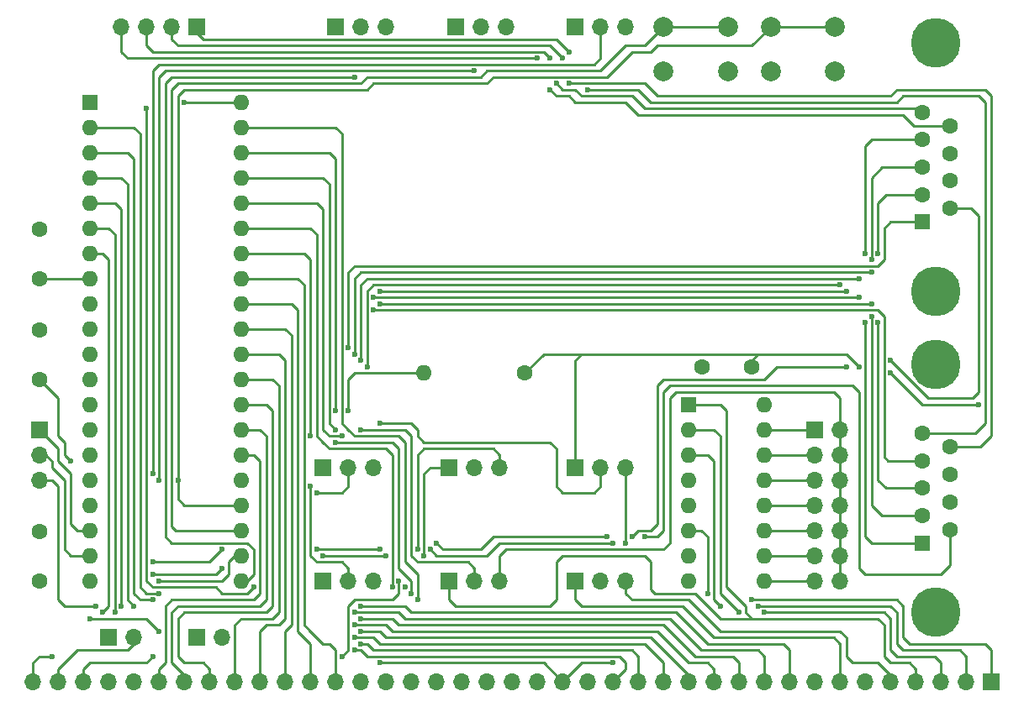
<source format=gtl>
G04 #@! TF.FileFunction,Copper,L1,Top,Signal*
%FSLAX46Y46*%
G04 Gerber Fmt 4.6, Leading zero omitted, Abs format (unit mm)*
G04 Created by KiCad (PCBNEW 4.0.7) date 02/14/19 13:46:31*
%MOMM*%
%LPD*%
G01*
G04 APERTURE LIST*
%ADD10C,0.100000*%
%ADD11C,1.600000*%
%ADD12R,1.600000X1.600000*%
%ADD13O,1.600000X1.600000*%
%ADD14R,1.700000X1.700000*%
%ADD15O,1.700000X1.700000*%
%ADD16C,5.000000*%
%ADD17C,2.000000*%
%ADD18C,0.600000*%
%ADD19C,0.250000*%
G04 APERTURE END LIST*
D10*
D11*
X54610000Y-132715000D03*
X54610000Y-127715000D03*
X126365000Y-111125000D03*
X121365000Y-111125000D03*
D12*
X120015000Y-114935000D03*
D13*
X127635000Y-132715000D03*
X120015000Y-117475000D03*
X127635000Y-130175000D03*
X120015000Y-120015000D03*
X127635000Y-127635000D03*
X120015000Y-122555000D03*
X127635000Y-125095000D03*
X120015000Y-125095000D03*
X127635000Y-122555000D03*
X120015000Y-127635000D03*
X127635000Y-120015000D03*
X120015000Y-130175000D03*
X127635000Y-117475000D03*
X120015000Y-132715000D03*
X127635000Y-114935000D03*
D14*
X132715000Y-117475000D03*
D15*
X135255000Y-117475000D03*
X132715000Y-120015000D03*
X135255000Y-120015000D03*
X132715000Y-122555000D03*
X135255000Y-122555000D03*
X132715000Y-125095000D03*
X135255000Y-125095000D03*
X132715000Y-127635000D03*
X135255000Y-127635000D03*
X132715000Y-130175000D03*
X135255000Y-130175000D03*
X132715000Y-132715000D03*
X135255000Y-132715000D03*
D11*
X54610000Y-102235000D03*
X54610000Y-97235000D03*
X54610000Y-112395000D03*
X54610000Y-107395000D03*
D14*
X150495000Y-142875000D03*
D15*
X147955000Y-142875000D03*
X145415000Y-142875000D03*
X142875000Y-142875000D03*
X140335000Y-142875000D03*
X137795000Y-142875000D03*
X135255000Y-142875000D03*
X132715000Y-142875000D03*
X130175000Y-142875000D03*
X127635000Y-142875000D03*
X125095000Y-142875000D03*
X122555000Y-142875000D03*
X120015000Y-142875000D03*
X117475000Y-142875000D03*
X114935000Y-142875000D03*
X112395000Y-142875000D03*
X109855000Y-142875000D03*
X107315000Y-142875000D03*
X104775000Y-142875000D03*
X102235000Y-142875000D03*
X99695000Y-142875000D03*
X97155000Y-142875000D03*
X94615000Y-142875000D03*
X92075000Y-142875000D03*
X89535000Y-142875000D03*
X86995000Y-142875000D03*
X84455000Y-142875000D03*
X81915000Y-142875000D03*
X79375000Y-142875000D03*
X76835000Y-142875000D03*
X74295000Y-142875000D03*
X71755000Y-142875000D03*
X69215000Y-142875000D03*
X66675000Y-142875000D03*
X64135000Y-142875000D03*
X61595000Y-142875000D03*
X59055000Y-142875000D03*
X56515000Y-142875000D03*
X53975000Y-142875000D03*
D14*
X83185000Y-132715000D03*
D15*
X85725000Y-132715000D03*
X88265000Y-132715000D03*
D14*
X95885000Y-132715000D03*
D15*
X98425000Y-132715000D03*
X100965000Y-132715000D03*
D14*
X70485000Y-138430000D03*
D15*
X73025000Y-138430000D03*
D14*
X61595000Y-138430000D03*
D15*
X64135000Y-138430000D03*
D11*
X103505000Y-111760000D03*
D13*
X93345000Y-111760000D03*
D12*
X59690000Y-84455000D03*
D13*
X74930000Y-132715000D03*
X59690000Y-86995000D03*
X74930000Y-130175000D03*
X59690000Y-89535000D03*
X74930000Y-127635000D03*
X59690000Y-92075000D03*
X74930000Y-125095000D03*
X59690000Y-94615000D03*
X74930000Y-122555000D03*
X59690000Y-97155000D03*
X74930000Y-120015000D03*
X59690000Y-99695000D03*
X74930000Y-117475000D03*
X59690000Y-102235000D03*
X74930000Y-114935000D03*
X59690000Y-104775000D03*
X74930000Y-112395000D03*
X59690000Y-107315000D03*
X74930000Y-109855000D03*
X59690000Y-109855000D03*
X74930000Y-107315000D03*
X59690000Y-112395000D03*
X74930000Y-104775000D03*
X59690000Y-114935000D03*
X74930000Y-102235000D03*
X59690000Y-117475000D03*
X74930000Y-99695000D03*
X59690000Y-120015000D03*
X74930000Y-97155000D03*
X59690000Y-122555000D03*
X74930000Y-94615000D03*
X59690000Y-125095000D03*
X74930000Y-92075000D03*
X59690000Y-127635000D03*
X74930000Y-89535000D03*
X59690000Y-130175000D03*
X74930000Y-86995000D03*
X59690000Y-132715000D03*
X74930000Y-84455000D03*
D14*
X70485000Y-76835000D03*
D15*
X67945000Y-76835000D03*
X65405000Y-76835000D03*
X62865000Y-76835000D03*
D12*
X143510000Y-96520000D03*
D11*
X143510000Y-93750000D03*
X143510000Y-90980000D03*
X143510000Y-88210000D03*
X143510000Y-85440000D03*
X146350000Y-95135000D03*
X146350000Y-92365000D03*
X146350000Y-89595000D03*
X146350000Y-86825000D03*
D16*
X144930000Y-78480000D03*
X144930000Y-103480000D03*
D12*
X143510000Y-128905000D03*
D11*
X143510000Y-126135000D03*
X143510000Y-123365000D03*
X143510000Y-120595000D03*
X143510000Y-117825000D03*
X146350000Y-127520000D03*
X146350000Y-124750000D03*
X146350000Y-121980000D03*
X146350000Y-119210000D03*
D16*
X144930000Y-110865000D03*
X144930000Y-135865000D03*
D14*
X54610000Y-117475000D03*
D15*
X54610000Y-120015000D03*
X54610000Y-122555000D03*
D14*
X83185000Y-121285000D03*
D15*
X85725000Y-121285000D03*
X88265000Y-121285000D03*
D14*
X95885000Y-121285000D03*
D15*
X98425000Y-121285000D03*
X100965000Y-121285000D03*
D14*
X84455000Y-76835000D03*
D15*
X86995000Y-76835000D03*
X89535000Y-76835000D03*
D14*
X96520000Y-76835000D03*
D15*
X99060000Y-76835000D03*
X101600000Y-76835000D03*
D14*
X108585000Y-76835000D03*
D15*
X111125000Y-76835000D03*
X113665000Y-76835000D03*
D17*
X117475000Y-81335000D03*
X117475000Y-76835000D03*
X123975000Y-81335000D03*
X123975000Y-76835000D03*
X128270000Y-81335000D03*
X128270000Y-76835000D03*
X134770000Y-81335000D03*
X134770000Y-76835000D03*
D14*
X108585000Y-132715000D03*
D15*
X111125000Y-132715000D03*
X113665000Y-132715000D03*
D14*
X108585000Y-121285000D03*
D15*
X111125000Y-121285000D03*
X113665000Y-121285000D03*
D18*
X137160000Y-111125000D03*
X140335000Y-111760000D03*
X149225000Y-114935000D03*
X88900000Y-140970000D03*
X112395000Y-140970000D03*
X107950000Y-79375000D03*
X109855000Y-83185000D03*
X107950000Y-82550000D03*
X107315000Y-80010000D03*
X106045000Y-80010000D03*
X106680000Y-82550000D03*
X104775000Y-80010000D03*
X106045000Y-83185000D03*
X86995000Y-135255000D03*
X66675000Y-133985000D03*
X86995000Y-136525000D03*
X86360000Y-137160000D03*
X66040000Y-134620000D03*
X86995000Y-137795000D03*
X64135000Y-135255000D03*
X86360000Y-138430000D03*
X62865000Y-135255000D03*
X86995000Y-139065000D03*
X62230000Y-135890000D03*
X60960000Y-135890000D03*
X86360000Y-139700000D03*
X92710000Y-134620000D03*
X90170000Y-133350000D03*
X55880000Y-140335000D03*
X85725000Y-115570000D03*
X135890000Y-111125000D03*
X112395000Y-128905000D03*
X114300000Y-128270000D03*
X89535000Y-130175000D03*
X73025000Y-131445000D03*
X66040000Y-132080000D03*
X59690000Y-136525000D03*
X66675000Y-137795000D03*
X83185000Y-130175000D03*
X93980000Y-129540000D03*
X140335000Y-110490000D03*
X111760000Y-128270000D03*
X73025000Y-129540000D03*
X66040000Y-130810000D03*
X82550000Y-129540000D03*
X94615000Y-128905000D03*
X88900000Y-129540000D03*
X115570000Y-128270000D03*
X121920000Y-133985000D03*
X126365000Y-134620000D03*
X123190000Y-135255000D03*
X127000000Y-135255000D03*
X125095000Y-135890000D03*
X127635000Y-135890000D03*
X88900000Y-103505000D03*
X137795000Y-106680000D03*
X135890000Y-103505000D03*
X68580000Y-122555000D03*
X57785000Y-120650000D03*
X85725000Y-109220000D03*
X86360000Y-109855000D03*
X138430000Y-101600000D03*
X139065000Y-99695000D03*
X86995000Y-110490000D03*
X137160000Y-102235000D03*
X138430000Y-100330000D03*
X87630000Y-111125000D03*
X135255000Y-102870000D03*
X137795000Y-99695000D03*
X88265000Y-104140000D03*
X137160000Y-104140000D03*
X138430000Y-106045000D03*
X88900000Y-104775000D03*
X139065000Y-106680000D03*
X138430000Y-104775000D03*
X88265000Y-105410000D03*
X60325000Y-135255000D03*
X66675000Y-132715000D03*
X86360000Y-135890000D03*
X76200000Y-133350000D03*
X65405000Y-85090000D03*
X69215000Y-84455000D03*
X92075000Y-133985000D03*
X81915000Y-118110000D03*
X84455000Y-118745000D03*
X93345000Y-130175000D03*
X91440000Y-133350000D03*
X90805000Y-132715000D03*
X66040000Y-140335000D03*
X85090000Y-140335000D03*
X92710000Y-129540000D03*
X82550000Y-123825000D03*
X84455000Y-115570000D03*
X81915000Y-123190000D03*
X86995000Y-117475000D03*
X84455000Y-117475000D03*
X88900000Y-116840000D03*
X85090000Y-118110000D03*
X86360000Y-81915000D03*
X66675000Y-122555000D03*
X98425000Y-81280000D03*
X66040000Y-121920000D03*
X113665000Y-128905000D03*
D19*
X126365000Y-111125000D02*
X126365000Y-110490000D01*
X126365000Y-110490000D02*
X127000000Y-109855000D01*
X125095000Y-109855000D02*
X127000000Y-109855000D01*
X127000000Y-109855000D02*
X135890000Y-109855000D01*
X135890000Y-109855000D02*
X136525000Y-110490000D01*
X143510000Y-114935000D02*
X140335000Y-111760000D01*
X149225000Y-114935000D02*
X143510000Y-114935000D01*
X136525000Y-110490000D02*
X137160000Y-111125000D01*
X108585000Y-116840000D02*
X108585000Y-110490000D01*
X108585000Y-110490000D02*
X109220000Y-109855000D01*
X108585000Y-121285000D02*
X108585000Y-116840000D01*
X125095000Y-109855000D02*
X109220000Y-109855000D01*
X105410000Y-109855000D02*
X103505000Y-111760000D01*
X109220000Y-109855000D02*
X106680000Y-109855000D01*
X106680000Y-109855000D02*
X105410000Y-109855000D01*
X104140000Y-140970000D02*
X88900000Y-140970000D01*
X104140000Y-140970000D02*
X105410000Y-140970000D01*
X105410000Y-140970000D02*
X107315000Y-142875000D01*
X112395000Y-140970000D02*
X109220000Y-140970000D01*
X107315000Y-142875000D02*
X109220000Y-140970000D01*
X127635000Y-117475000D02*
X132715000Y-117475000D01*
X127635000Y-120015000D02*
X132715000Y-120015000D01*
X127635000Y-122555000D02*
X132715000Y-122555000D01*
X127635000Y-125095000D02*
X132715000Y-125095000D01*
X127635000Y-127635000D02*
X132715000Y-127635000D01*
X127635000Y-130175000D02*
X132715000Y-130175000D01*
X127635000Y-132715000D02*
X132715000Y-132715000D01*
X139700000Y-84455000D02*
X140970000Y-84455000D01*
X143510000Y-117825000D02*
X148875000Y-117825000D01*
X149860000Y-116840000D02*
X149860000Y-109855000D01*
X148875000Y-117825000D02*
X149860000Y-116840000D01*
X149860000Y-85090000D02*
X149860000Y-109855000D01*
X114935000Y-83185000D02*
X116205000Y-84455000D01*
X116205000Y-84455000D02*
X139700000Y-84455000D01*
X109855000Y-83185000D02*
X114935000Y-83185000D01*
X149860000Y-84455000D02*
X149860000Y-85090000D01*
X149225000Y-83820000D02*
X149860000Y-84455000D01*
X141605000Y-83820000D02*
X149225000Y-83820000D01*
X140970000Y-84455000D02*
X141605000Y-83820000D01*
X104140000Y-78105000D02*
X106680000Y-78105000D01*
X70485000Y-77470000D02*
X71120000Y-78105000D01*
X71120000Y-78105000D02*
X81915000Y-78105000D01*
X104140000Y-78105000D02*
X81915000Y-78105000D01*
X107950000Y-79375000D02*
X107950000Y-79375000D01*
X106680000Y-78105000D02*
X107950000Y-79375000D01*
X70485000Y-76835000D02*
X70485000Y-77470000D01*
X139700000Y-83820000D02*
X140335000Y-83820000D01*
X115570000Y-82550000D02*
X116840000Y-83820000D01*
X116840000Y-83820000D02*
X139700000Y-83820000D01*
X107950000Y-82550000D02*
X109855000Y-82550000D01*
X109855000Y-82550000D02*
X115570000Y-82550000D01*
X149395000Y-119210000D02*
X150495000Y-118110000D01*
X150495000Y-118110000D02*
X150495000Y-83820000D01*
X149395000Y-119210000D02*
X146350000Y-119210000D01*
X149860000Y-83185000D02*
X150495000Y-83820000D01*
X140970000Y-83185000D02*
X149860000Y-83185000D01*
X140335000Y-83820000D02*
X140970000Y-83185000D01*
X102235000Y-78740000D02*
X106045000Y-78740000D01*
X67945000Y-78105000D02*
X68580000Y-78740000D01*
X67945000Y-76835000D02*
X67945000Y-78105000D01*
X68580000Y-78740000D02*
X81280000Y-78740000D01*
X102235000Y-78740000D02*
X81280000Y-78740000D01*
X106045000Y-78740000D02*
X107315000Y-80010000D01*
X107315000Y-83185000D02*
X108585000Y-83185000D01*
X108585000Y-83185000D02*
X109220000Y-83820000D01*
X143160000Y-85090000D02*
X137795000Y-85090000D01*
X114300000Y-83820000D02*
X115570000Y-85090000D01*
X115570000Y-85090000D02*
X137795000Y-85090000D01*
X106680000Y-82550000D02*
X107315000Y-83185000D01*
X105410000Y-79375000D02*
X106045000Y-80010000D01*
X102870000Y-79375000D02*
X67945000Y-79375000D01*
X65405000Y-78740000D02*
X66040000Y-79375000D01*
X66040000Y-79375000D02*
X67945000Y-79375000D01*
X65405000Y-78740000D02*
X65405000Y-76835000D01*
X102870000Y-79375000D02*
X105410000Y-79375000D01*
X109220000Y-83820000D02*
X109855000Y-83820000D01*
X109855000Y-83820000D02*
X114300000Y-83820000D01*
X143160000Y-85090000D02*
X143510000Y-85440000D01*
X106680000Y-83820000D02*
X107950000Y-83820000D01*
X107950000Y-83820000D02*
X108585000Y-84455000D01*
X146350000Y-86825000D02*
X142705000Y-86825000D01*
X113665000Y-84455000D02*
X114935000Y-85725000D01*
X114935000Y-85725000D02*
X139700000Y-85725000D01*
X106045000Y-83185000D02*
X106680000Y-83820000D01*
X104140000Y-80010000D02*
X64135000Y-80010000D01*
X62865000Y-79375000D02*
X63500000Y-80010000D01*
X63500000Y-80010000D02*
X64135000Y-80010000D01*
X62865000Y-79375000D02*
X62865000Y-76835000D01*
X104140000Y-80010000D02*
X104775000Y-80010000D01*
X108585000Y-84455000D02*
X109855000Y-84455000D01*
X109855000Y-84455000D02*
X113665000Y-84455000D01*
X141605000Y-85725000D02*
X139700000Y-85725000D01*
X142705000Y-86825000D02*
X141605000Y-85725000D01*
X130175000Y-139700000D02*
X129540000Y-139065000D01*
X91440000Y-135255000D02*
X86995000Y-135255000D01*
X92075000Y-135890000D02*
X91440000Y-135255000D01*
X118745000Y-135890000D02*
X92075000Y-135890000D01*
X121920000Y-139065000D02*
X118745000Y-135890000D01*
X129540000Y-139065000D02*
X121920000Y-139065000D01*
X130175000Y-142875000D02*
X130175000Y-139700000D01*
X124460000Y-140335000D02*
X120650000Y-140335000D01*
X90170000Y-136525000D02*
X90805000Y-137160000D01*
X90805000Y-137160000D02*
X117475000Y-137160000D01*
X66675000Y-133985000D02*
X66040000Y-133985000D01*
X64770000Y-129540000D02*
X64770000Y-132715000D01*
X59690000Y-86995000D02*
X64135000Y-86995000D01*
X64770000Y-87630000D02*
X64770000Y-129540000D01*
X64135000Y-86995000D02*
X64770000Y-87630000D01*
X64770000Y-133350000D02*
X65405000Y-133985000D01*
X65405000Y-133985000D02*
X66040000Y-133985000D01*
X64770000Y-132715000D02*
X64770000Y-133350000D01*
X86995000Y-136525000D02*
X90170000Y-136525000D01*
X125095000Y-140970000D02*
X125095000Y-142875000D01*
X124460000Y-140335000D02*
X125095000Y-140970000D01*
X120650000Y-140335000D02*
X117475000Y-137160000D01*
X122555000Y-141605000D02*
X121920000Y-140970000D01*
X116840000Y-137795000D02*
X120015000Y-140970000D01*
X120015000Y-140970000D02*
X120650000Y-140970000D01*
X86360000Y-137160000D02*
X89535000Y-137160000D01*
X64135000Y-129540000D02*
X64135000Y-133985000D01*
X63500000Y-89535000D02*
X64135000Y-90170000D01*
X64135000Y-90170000D02*
X64135000Y-129540000D01*
X59690000Y-89535000D02*
X63500000Y-89535000D01*
X64770000Y-134620000D02*
X66040000Y-134620000D01*
X64135000Y-133985000D02*
X64770000Y-134620000D01*
X90170000Y-137795000D02*
X116840000Y-137795000D01*
X89535000Y-137160000D02*
X90170000Y-137795000D01*
X122555000Y-141605000D02*
X122555000Y-142875000D01*
X121920000Y-140970000D02*
X120650000Y-140970000D01*
X122555000Y-142875000D02*
X122555000Y-142240000D01*
X120015000Y-142875000D02*
X120015000Y-142240000D01*
X120015000Y-142240000D02*
X116205000Y-138430000D01*
X86995000Y-137795000D02*
X88900000Y-137795000D01*
X63500000Y-128905000D02*
X63500000Y-134620000D01*
X62865000Y-92075000D02*
X63500000Y-92710000D01*
X63500000Y-92710000D02*
X63500000Y-128905000D01*
X59690000Y-92075000D02*
X62865000Y-92075000D01*
X64135000Y-135255000D02*
X64135000Y-135255000D01*
X63500000Y-134620000D02*
X64135000Y-135255000D01*
X89535000Y-138430000D02*
X116205000Y-138430000D01*
X88900000Y-137795000D02*
X89535000Y-138430000D01*
X120015000Y-142875000D02*
X120015000Y-142240000D01*
X88265000Y-138430000D02*
X88900000Y-139065000D01*
X88900000Y-139065000D02*
X114935000Y-139065000D01*
X59690000Y-94615000D02*
X62230000Y-94615000D01*
X62865000Y-95250000D02*
X62865000Y-129540000D01*
X62230000Y-94615000D02*
X62865000Y-95250000D01*
X62865000Y-129540000D02*
X62865000Y-135255000D01*
X86360000Y-138430000D02*
X88265000Y-138430000D01*
X117475000Y-141605000D02*
X117475000Y-142875000D01*
X117475000Y-140970000D02*
X115570000Y-139065000D01*
X115570000Y-139065000D02*
X114935000Y-139065000D01*
X117475000Y-141605000D02*
X117475000Y-140970000D01*
X87630000Y-139065000D02*
X88265000Y-139700000D01*
X88265000Y-139700000D02*
X113665000Y-139700000D01*
X114935000Y-142875000D02*
X114935000Y-140970000D01*
X61595000Y-97155000D02*
X59690000Y-97155000D01*
X62230000Y-97790000D02*
X62230000Y-129540000D01*
X61595000Y-97155000D02*
X62230000Y-97790000D01*
X62230000Y-129540000D02*
X62230000Y-135890000D01*
X86995000Y-139065000D02*
X87630000Y-139065000D01*
X114935000Y-140335000D02*
X114300000Y-139700000D01*
X114300000Y-139700000D02*
X113665000Y-139700000D01*
X114935000Y-140970000D02*
X114935000Y-140335000D01*
X60960000Y-135890000D02*
X61595000Y-135255000D01*
X59690000Y-99695000D02*
X60960000Y-99695000D01*
X61595000Y-132080000D02*
X61595000Y-135255000D01*
X61595000Y-132080000D02*
X61595000Y-129540000D01*
X60960000Y-99695000D02*
X61595000Y-100330000D01*
X61595000Y-100330000D02*
X61595000Y-129540000D01*
X113665000Y-141605000D02*
X112395000Y-142875000D01*
X113665000Y-140970000D02*
X113030000Y-140335000D01*
X113665000Y-141605000D02*
X113665000Y-140970000D01*
X86360000Y-139700000D02*
X86995000Y-139700000D01*
X87630000Y-140335000D02*
X113030000Y-140335000D01*
X86995000Y-139700000D02*
X87630000Y-140335000D01*
X85725000Y-117475000D02*
X85090000Y-116840000D01*
X85090000Y-116840000D02*
X85090000Y-115570000D01*
X85090000Y-109220000D02*
X85090000Y-115570000D01*
X84455000Y-86995000D02*
X74930000Y-86995000D01*
X85090000Y-87630000D02*
X85090000Y-109220000D01*
X84455000Y-86995000D02*
X85090000Y-87630000D01*
X92710000Y-132080000D02*
X92710000Y-134620000D01*
X91440000Y-130810000D02*
X92710000Y-132080000D01*
X91440000Y-118745000D02*
X91440000Y-130810000D01*
X90805000Y-118110000D02*
X91440000Y-118745000D01*
X86360000Y-118110000D02*
X90805000Y-118110000D01*
X85725000Y-117475000D02*
X86360000Y-118110000D01*
X83185000Y-118745000D02*
X83820000Y-119380000D01*
X82550000Y-113665000D02*
X82550000Y-118110000D01*
X81915000Y-97155000D02*
X82550000Y-97790000D01*
X82550000Y-97790000D02*
X82550000Y-113665000D01*
X81915000Y-97155000D02*
X74930000Y-97155000D01*
X82550000Y-118110000D02*
X83185000Y-118745000D01*
X90170000Y-120015000D02*
X90170000Y-133350000D01*
X89535000Y-119380000D02*
X90170000Y-120015000D01*
X83820000Y-119380000D02*
X89535000Y-119380000D01*
X81915000Y-137795000D02*
X81280000Y-137160000D01*
X83185000Y-139065000D02*
X81915000Y-137795000D01*
X84455000Y-139700000D02*
X83820000Y-139065000D01*
X84455000Y-142875000D02*
X84455000Y-139700000D01*
X83820000Y-139065000D02*
X83185000Y-139065000D01*
X80645000Y-102235000D02*
X74930000Y-102235000D01*
X81280000Y-102870000D02*
X80645000Y-102235000D01*
X81280000Y-137160000D02*
X81280000Y-102870000D01*
X80645000Y-137795000D02*
X80645000Y-105410000D01*
X81915000Y-139065000D02*
X80645000Y-137795000D01*
X81915000Y-142875000D02*
X81915000Y-140335000D01*
X81915000Y-140335000D02*
X81915000Y-139065000D01*
X80010000Y-104775000D02*
X74930000Y-104775000D01*
X80645000Y-105410000D02*
X80010000Y-104775000D01*
X80010000Y-137160000D02*
X80010000Y-107950000D01*
X79375000Y-137795000D02*
X80010000Y-137160000D01*
X79375000Y-142875000D02*
X79375000Y-140970000D01*
X79375000Y-140970000D02*
X79375000Y-137795000D01*
X79375000Y-107315000D02*
X74930000Y-107315000D01*
X80010000Y-107950000D02*
X79375000Y-107315000D01*
X79375000Y-136525000D02*
X79375000Y-110490000D01*
X76835000Y-137795000D02*
X77470000Y-137160000D01*
X77470000Y-137160000D02*
X78740000Y-137160000D01*
X78740000Y-137160000D02*
X79375000Y-136525000D01*
X76835000Y-142875000D02*
X76835000Y-141605000D01*
X76835000Y-141605000D02*
X76835000Y-137795000D01*
X78740000Y-109855000D02*
X74930000Y-109855000D01*
X79375000Y-110490000D02*
X78740000Y-109855000D01*
X78740000Y-135890000D02*
X78740000Y-113030000D01*
X74295000Y-137160000D02*
X74930000Y-136525000D01*
X74930000Y-136525000D02*
X78105000Y-136525000D01*
X78105000Y-136525000D02*
X78740000Y-135890000D01*
X74295000Y-142875000D02*
X74295000Y-137160000D01*
X78105000Y-112395000D02*
X74930000Y-112395000D01*
X78740000Y-113030000D02*
X78105000Y-112395000D01*
X68580000Y-140335000D02*
X68580000Y-136525000D01*
X68580000Y-136525000D02*
X69215000Y-135890000D01*
X68580000Y-140335000D02*
X69215000Y-140970000D01*
X78105000Y-135255000D02*
X78105000Y-115570000D01*
X69215000Y-135890000D02*
X77470000Y-135890000D01*
X77470000Y-135890000D02*
X78105000Y-135255000D01*
X71755000Y-141605000D02*
X71120000Y-140970000D01*
X71755000Y-142875000D02*
X71755000Y-141605000D01*
X71120000Y-140970000D02*
X69215000Y-140970000D01*
X77470000Y-114935000D02*
X74930000Y-114935000D01*
X78105000Y-115570000D02*
X77470000Y-114935000D01*
X67945000Y-140970000D02*
X67945000Y-135890000D01*
X67945000Y-135890000D02*
X68580000Y-135255000D01*
X67945000Y-140970000D02*
X69215000Y-142240000D01*
X69215000Y-142240000D02*
X69215000Y-142875000D01*
X77470000Y-132080000D02*
X77470000Y-118110000D01*
X68580000Y-135255000D02*
X76835000Y-135255000D01*
X76835000Y-135255000D02*
X77470000Y-134620000D01*
X77470000Y-134620000D02*
X77470000Y-132080000D01*
X76835000Y-117475000D02*
X74930000Y-117475000D01*
X77470000Y-118110000D02*
X76835000Y-117475000D01*
X76835000Y-120650000D02*
X76835000Y-133985000D01*
X67945000Y-134620000D02*
X67310000Y-135255000D01*
X66675000Y-141605000D02*
X66675000Y-142240000D01*
X67310000Y-140970000D02*
X66675000Y-141605000D01*
X67310000Y-135255000D02*
X67310000Y-140970000D01*
X66675000Y-142240000D02*
X66675000Y-142875000D01*
X74930000Y-120015000D02*
X76200000Y-120015000D01*
X76200000Y-134620000D02*
X67945000Y-134620000D01*
X76835000Y-133985000D02*
X76200000Y-134620000D01*
X76200000Y-120015000D02*
X76835000Y-120650000D01*
X64135000Y-138430000D02*
X64135000Y-139065000D01*
X64135000Y-139065000D02*
X63500000Y-139700000D01*
X63500000Y-139700000D02*
X58420000Y-139700000D01*
X58420000Y-139700000D02*
X57785000Y-140335000D01*
X56515000Y-141605000D02*
X56515000Y-142875000D01*
X57785000Y-140335000D02*
X56515000Y-141605000D01*
X54610000Y-140335000D02*
X55880000Y-140335000D01*
X53975000Y-140970000D02*
X53975000Y-142875000D01*
X53975000Y-140970000D02*
X54610000Y-140335000D01*
X53975000Y-142240000D02*
X53975000Y-142875000D01*
X85725000Y-115570000D02*
X85725000Y-112395000D01*
X86360000Y-111760000D02*
X93345000Y-111760000D01*
X85725000Y-112395000D02*
X86360000Y-111760000D01*
X128905000Y-111125000D02*
X135890000Y-111125000D01*
X148590000Y-114300000D02*
X149225000Y-113665000D01*
X149225000Y-113665000D02*
X149225000Y-95885000D01*
X149225000Y-95885000D02*
X148475000Y-95135000D01*
X146350000Y-95135000D02*
X148475000Y-95135000D01*
X128270000Y-111760000D02*
X128905000Y-111125000D01*
X127635000Y-112395000D02*
X128270000Y-111760000D01*
X116840000Y-127000000D02*
X116840000Y-113030000D01*
X114935000Y-127635000D02*
X116205000Y-127635000D01*
X116205000Y-127635000D02*
X116840000Y-127000000D01*
X93980000Y-129540000D02*
X94615000Y-130175000D01*
X72390000Y-132080000D02*
X73025000Y-131445000D01*
X59690000Y-136525000D02*
X60325000Y-136525000D01*
X66675000Y-137795000D02*
X65405000Y-136525000D01*
X65405000Y-136525000D02*
X60325000Y-136525000D01*
X66040000Y-132080000D02*
X72390000Y-132080000D01*
X83185000Y-130175000D02*
X89535000Y-130175000D01*
X100965000Y-128905000D02*
X111760000Y-128905000D01*
X99695000Y-130175000D02*
X100965000Y-128905000D01*
X94615000Y-130175000D02*
X99695000Y-130175000D01*
X111760000Y-128905000D02*
X112395000Y-128905000D01*
X114300000Y-128270000D02*
X114935000Y-127635000D01*
X117475000Y-112395000D02*
X125095000Y-112395000D01*
X116840000Y-113030000D02*
X117475000Y-112395000D01*
X125095000Y-112395000D02*
X127635000Y-112395000D01*
X140335000Y-110490000D02*
X144145000Y-114300000D01*
X144145000Y-114300000D02*
X148590000Y-114300000D01*
X146350000Y-127520000D02*
X146350000Y-131145000D01*
X117475000Y-113665000D02*
X118110000Y-113030000D01*
X118110000Y-113030000D02*
X136525000Y-113030000D01*
X136525000Y-113030000D02*
X137160000Y-113665000D01*
X137160000Y-113665000D02*
X137160000Y-131445000D01*
X137160000Y-131445000D02*
X137795000Y-132080000D01*
X137795000Y-132080000D02*
X140970000Y-132080000D01*
X115570000Y-128270000D02*
X116840000Y-128270000D01*
X94615000Y-128905000D02*
X95250000Y-129540000D01*
X82550000Y-129540000D02*
X88900000Y-129540000D01*
X71755000Y-130810000D02*
X73025000Y-129540000D01*
X66040000Y-130810000D02*
X71755000Y-130810000D01*
X100330000Y-128270000D02*
X102235000Y-128270000D01*
X99060000Y-129540000D02*
X100330000Y-128270000D01*
X95250000Y-129540000D02*
X99060000Y-129540000D01*
X111760000Y-128270000D02*
X102235000Y-128270000D01*
X116840000Y-128270000D02*
X117475000Y-127635000D01*
X117475000Y-127635000D02*
X117475000Y-113665000D01*
X145415000Y-132080000D02*
X140970000Y-132080000D01*
X146350000Y-131145000D02*
X145415000Y-132080000D01*
X136525000Y-134620000D02*
X140970000Y-134620000D01*
X141605000Y-138430000D02*
X142240000Y-139065000D01*
X141605000Y-135255000D02*
X141605000Y-138430000D01*
X140970000Y-134620000D02*
X141605000Y-135255000D01*
X121920000Y-133985000D02*
X121920000Y-128270000D01*
X121920000Y-128270000D02*
X121285000Y-127635000D01*
X120015000Y-127635000D02*
X121285000Y-127635000D01*
X128270000Y-134620000D02*
X126365000Y-134620000D01*
X128270000Y-134620000D02*
X136525000Y-134620000D01*
X150495000Y-139700000D02*
X150495000Y-142875000D01*
X149860000Y-139065000D02*
X150495000Y-139700000D01*
X142240000Y-139065000D02*
X149860000Y-139065000D01*
X133985000Y-135255000D02*
X140335000Y-135255000D01*
X133985000Y-135255000D02*
X127000000Y-135255000D01*
X120015000Y-120015000D02*
X121920000Y-120015000D01*
X121920000Y-120015000D02*
X122555000Y-120650000D01*
X122555000Y-120650000D02*
X122555000Y-134620000D01*
X122555000Y-134620000D02*
X123190000Y-135255000D01*
X147955000Y-140335000D02*
X147955000Y-142875000D01*
X147320000Y-139700000D02*
X147955000Y-140335000D01*
X141605000Y-139700000D02*
X147320000Y-139700000D01*
X140970000Y-139065000D02*
X141605000Y-139700000D01*
X140970000Y-135890000D02*
X140970000Y-139065000D01*
X140335000Y-135255000D02*
X140970000Y-135890000D01*
X131445000Y-135890000D02*
X139700000Y-135890000D01*
X131445000Y-135890000D02*
X127635000Y-135890000D01*
X120015000Y-117475000D02*
X122555000Y-117475000D01*
X122555000Y-117475000D02*
X123190000Y-118110000D01*
X123190000Y-118110000D02*
X123190000Y-133985000D01*
X123190000Y-133985000D02*
X125095000Y-135890000D01*
X145415000Y-140970000D02*
X145415000Y-142875000D01*
X144780000Y-140335000D02*
X145415000Y-140970000D01*
X140970000Y-140335000D02*
X144780000Y-140335000D01*
X140335000Y-139700000D02*
X140970000Y-140335000D01*
X140335000Y-136525000D02*
X140335000Y-139700000D01*
X139700000Y-135890000D02*
X140335000Y-136525000D01*
X95885000Y-132715000D02*
X95885000Y-134620000D01*
X123190000Y-136525000D02*
X126365000Y-136525000D01*
X120650000Y-133985000D02*
X123190000Y-136525000D01*
X116655002Y-133985000D02*
X120650000Y-133985000D01*
X116205000Y-133534998D02*
X116655002Y-133985000D01*
X116205000Y-130810000D02*
X116205000Y-133534998D01*
X115570000Y-130175000D02*
X116205000Y-130810000D01*
X107315000Y-130175000D02*
X115570000Y-130175000D01*
X106680000Y-130810000D02*
X107315000Y-130175000D01*
X106680000Y-134620000D02*
X106680000Y-130810000D01*
X106045000Y-135255000D02*
X106680000Y-134620000D01*
X96520000Y-135255000D02*
X106045000Y-135255000D01*
X95885000Y-134620000D02*
X96520000Y-135255000D01*
X139700000Y-140335000D02*
X139700000Y-137160000D01*
X123825000Y-133350000D02*
X123825000Y-115570000D01*
X125730000Y-135890000D02*
X126365000Y-136525000D01*
X125730000Y-135255000D02*
X125730000Y-135890000D01*
X125730000Y-135255000D02*
X123825000Y-133350000D01*
X120015000Y-114935000D02*
X123190000Y-114935000D01*
X123825000Y-115570000D02*
X123190000Y-114935000D01*
X126365000Y-136525000D02*
X128905000Y-136525000D01*
X142875000Y-141605000D02*
X142240000Y-140970000D01*
X142240000Y-140970000D02*
X140335000Y-140970000D01*
X140335000Y-140970000D02*
X139700000Y-140335000D01*
X142875000Y-141605000D02*
X142875000Y-142875000D01*
X139065000Y-136525000D02*
X128905000Y-136525000D01*
X139700000Y-137160000D02*
X139065000Y-136525000D01*
X88900000Y-103505000D02*
X135890000Y-103505000D01*
X143510000Y-128905000D02*
X138430000Y-128905000D01*
X137795000Y-128270000D02*
X137795000Y-113030000D01*
X138430000Y-128905000D02*
X137795000Y-128270000D01*
X137795000Y-109855000D02*
X137795000Y-113030000D01*
X137795000Y-106680000D02*
X137795000Y-109855000D01*
X54610000Y-102235000D02*
X59690000Y-102235000D01*
X54610000Y-112395000D02*
X56515000Y-114300000D01*
X56515000Y-118110000D02*
X56515000Y-114300000D01*
X57150000Y-118745000D02*
X56515000Y-118110000D01*
X57150000Y-120015000D02*
X57150000Y-118745000D01*
X57785000Y-120650000D02*
X57150000Y-120015000D01*
X128270000Y-76835000D02*
X134770000Y-76835000D01*
X76835000Y-83185000D02*
X87630000Y-83185000D01*
X68580000Y-90805000D02*
X68580000Y-83820000D01*
X70485000Y-125095000D02*
X69215000Y-125095000D01*
X74930000Y-125095000D02*
X70485000Y-125095000D01*
X69215000Y-125095000D02*
X68580000Y-124460000D01*
X68580000Y-90805000D02*
X68580000Y-122555000D01*
X68580000Y-122555000D02*
X68580000Y-124460000D01*
X68580000Y-83820000D02*
X69215000Y-83185000D01*
X76835000Y-83185000D02*
X69215000Y-83185000D01*
X126365000Y-78740000D02*
X128270000Y-76835000D01*
X116840000Y-78740000D02*
X126365000Y-78740000D01*
X116205000Y-79375000D02*
X116840000Y-78740000D01*
X114300000Y-79375000D02*
X116205000Y-79375000D01*
X111760000Y-81915000D02*
X114300000Y-79375000D01*
X100330000Y-81915000D02*
X104775000Y-81915000D01*
X104775000Y-81915000D02*
X111760000Y-81915000D01*
X99695000Y-82550000D02*
X100330000Y-81915000D01*
X88265000Y-82550000D02*
X99695000Y-82550000D01*
X87630000Y-83185000D02*
X88265000Y-82550000D01*
X135255000Y-100965000D02*
X139065000Y-100965000D01*
X135255000Y-100965000D02*
X129540000Y-100965000D01*
X85725000Y-102870000D02*
X85725000Y-101600000D01*
X85725000Y-109220000D02*
X85725000Y-102870000D01*
X86360000Y-100965000D02*
X129540000Y-100965000D01*
X85725000Y-101600000D02*
X86360000Y-100965000D01*
X140335000Y-96520000D02*
X143510000Y-96520000D01*
X140335000Y-96520000D02*
X139700000Y-97155000D01*
X139700000Y-99695000D02*
X139700000Y-97155000D01*
X139700000Y-100330000D02*
X139700000Y-99695000D01*
X139065000Y-100965000D02*
X139700000Y-100330000D01*
X139065000Y-97790000D02*
X139065000Y-99695000D01*
X86360000Y-102870000D02*
X86360000Y-102235000D01*
X86360000Y-109855000D02*
X86360000Y-102870000D01*
X86995000Y-101600000D02*
X130175000Y-101600000D01*
X86360000Y-102235000D02*
X86995000Y-101600000D01*
X130175000Y-101600000D02*
X135890000Y-101600000D01*
X139930000Y-93750000D02*
X143510000Y-93750000D01*
X139930000Y-93750000D02*
X139065000Y-94615000D01*
X139065000Y-97790000D02*
X139065000Y-94615000D01*
X138430000Y-101600000D02*
X135890000Y-101600000D01*
X143280000Y-93980000D02*
X143510000Y-93750000D01*
X138430000Y-96520000D02*
X138430000Y-100330000D01*
X87630000Y-102235000D02*
X130810000Y-102235000D01*
X86995000Y-110490000D02*
X86995000Y-102870000D01*
X86995000Y-102870000D02*
X87630000Y-102235000D01*
X139525000Y-90980000D02*
X138430000Y-92075000D01*
X138430000Y-92075000D02*
X138430000Y-96520000D01*
X139525000Y-90980000D02*
X143510000Y-90980000D01*
X137160000Y-102235000D02*
X130810000Y-102235000D01*
X137795000Y-97155000D02*
X137795000Y-99695000D01*
X87630000Y-103505000D02*
X88265000Y-102870000D01*
X88265000Y-102870000D02*
X90805000Y-102870000D01*
X87630000Y-111125000D02*
X87630000Y-103505000D01*
X90805000Y-102870000D02*
X131445000Y-102870000D01*
X138485000Y-88210000D02*
X137795000Y-88900000D01*
X137795000Y-88900000D02*
X137795000Y-97155000D01*
X138485000Y-88210000D02*
X143510000Y-88210000D01*
X135255000Y-102870000D02*
X131445000Y-102870000D01*
X118110000Y-114300000D02*
X118745000Y-113665000D01*
X118745000Y-113665000D02*
X134620000Y-113665000D01*
X100965000Y-132715000D02*
X100965000Y-130175000D01*
X135255000Y-114300000D02*
X134620000Y-113665000D01*
X135255000Y-114300000D02*
X135255000Y-117475000D01*
X118110000Y-128905000D02*
X118110000Y-114300000D01*
X117475000Y-129540000D02*
X118110000Y-128905000D01*
X101600000Y-129540000D02*
X117475000Y-129540000D01*
X100965000Y-130175000D02*
X101600000Y-129540000D01*
X135255000Y-130175000D02*
X135255000Y-132715000D01*
X135255000Y-127635000D02*
X135255000Y-130175000D01*
X135255000Y-120015000D02*
X135255000Y-122555000D01*
X135255000Y-117475000D02*
X135255000Y-120015000D01*
X135255000Y-125095000D02*
X135255000Y-122555000D01*
X135255000Y-127635000D02*
X135255000Y-125095000D01*
X138430000Y-109855000D02*
X138430000Y-106045000D01*
X143510000Y-126135000D02*
X139470000Y-126135000D01*
X138430000Y-125095000D02*
X138430000Y-112395000D01*
X139470000Y-126135000D02*
X138430000Y-125095000D01*
X138430000Y-109855000D02*
X138430000Y-112395000D01*
X137160000Y-104140000D02*
X88265000Y-104140000D01*
X139065000Y-106680000D02*
X139065000Y-109855000D01*
X139875000Y-123365000D02*
X143510000Y-123365000D01*
X139065000Y-122555000D02*
X139065000Y-112395000D01*
X139875000Y-123365000D02*
X139065000Y-122555000D01*
X139065000Y-109855000D02*
X139065000Y-112395000D01*
X88900000Y-104775000D02*
X138430000Y-104775000D01*
X88265000Y-105410000D02*
X139065000Y-105410000D01*
X143510000Y-120595000D02*
X140095002Y-120595000D01*
X139700000Y-120199998D02*
X139700000Y-112395000D01*
X140095002Y-120595000D02*
X139700000Y-120199998D01*
X139700000Y-109855000D02*
X139700000Y-112395000D01*
X139700000Y-106045000D02*
X139700000Y-109855000D01*
X139065000Y-105410000D02*
X139700000Y-106045000D01*
X57785000Y-121920000D02*
X56515000Y-120650000D01*
X56515000Y-119380000D02*
X54610000Y-117475000D01*
X56515000Y-120650000D02*
X56515000Y-119380000D01*
X57785000Y-127000000D02*
X58420000Y-127635000D01*
X57785000Y-121920000D02*
X57785000Y-127000000D01*
X58420000Y-127635000D02*
X59690000Y-127635000D01*
X57150000Y-122555000D02*
X55880000Y-121285000D01*
X55880000Y-120650000D02*
X55245000Y-120015000D01*
X55880000Y-121285000D02*
X55880000Y-120650000D01*
X55245000Y-120015000D02*
X54610000Y-120015000D01*
X57150000Y-129540000D02*
X57785000Y-130175000D01*
X57150000Y-122555000D02*
X57150000Y-129540000D01*
X59690000Y-130175000D02*
X57785000Y-130175000D01*
X74930000Y-130175000D02*
X74295000Y-130175000D01*
X74295000Y-130175000D02*
X73660000Y-130810000D01*
X73660000Y-130810000D02*
X73660000Y-132080000D01*
X73660000Y-132080000D02*
X73025000Y-132715000D01*
X73025000Y-132715000D02*
X71755000Y-132715000D01*
X56515000Y-134620000D02*
X56515000Y-133985000D01*
X57150000Y-135255000D02*
X56515000Y-134620000D01*
X60325000Y-135255000D02*
X57150000Y-135255000D01*
X56515000Y-133350000D02*
X56515000Y-133985000D01*
X55880000Y-122555000D02*
X56515000Y-123190000D01*
X56515000Y-123190000D02*
X56515000Y-130810000D01*
X55880000Y-122555000D02*
X54610000Y-122555000D01*
X56515000Y-133350000D02*
X56515000Y-130810000D01*
X71755000Y-132715000D02*
X66675000Y-132715000D01*
X140335000Y-142875000D02*
X140335000Y-142240000D01*
X140335000Y-142240000D02*
X139065000Y-140970000D01*
X113665000Y-133985000D02*
X113665000Y-132715000D01*
X114300000Y-134620000D02*
X113665000Y-133985000D01*
X120015000Y-134620000D02*
X114300000Y-134620000D01*
X123190000Y-137795000D02*
X120015000Y-134620000D01*
X135255000Y-137795000D02*
X123190000Y-137795000D01*
X135890000Y-138430000D02*
X135255000Y-137795000D01*
X135890000Y-140335000D02*
X135890000Y-138430000D01*
X136525000Y-140970000D02*
X135890000Y-140335000D01*
X139065000Y-140970000D02*
X136525000Y-140970000D01*
X135255000Y-142875000D02*
X135255000Y-139065000D01*
X108585000Y-134620000D02*
X108585000Y-132715000D01*
X109220000Y-135255000D02*
X108585000Y-134620000D01*
X119380000Y-135255000D02*
X109220000Y-135255000D01*
X122555000Y-138430000D02*
X119380000Y-135255000D01*
X134620000Y-138430000D02*
X122555000Y-138430000D01*
X135255000Y-139065000D02*
X134620000Y-138430000D01*
X127635000Y-140335000D02*
X127000000Y-139700000D01*
X127000000Y-139700000D02*
X121285000Y-139700000D01*
X121285000Y-139700000D02*
X118110000Y-136525000D01*
X118110000Y-136525000D02*
X116840000Y-136525000D01*
X86360000Y-135890000D02*
X90805000Y-135890000D01*
X70485000Y-133350000D02*
X72390000Y-133350000D01*
X65405000Y-132715000D02*
X66040000Y-133350000D01*
X66040000Y-133350000D02*
X70485000Y-133350000D01*
X65405000Y-128270000D02*
X65405000Y-132080000D01*
X65405000Y-85090000D02*
X65405000Y-128270000D01*
X74930000Y-84455000D02*
X69215000Y-84455000D01*
X65405000Y-132080000D02*
X65405000Y-132715000D01*
X91440000Y-136525000D02*
X116840000Y-136525000D01*
X90805000Y-135890000D02*
X91440000Y-136525000D01*
X127635000Y-140335000D02*
X127635000Y-142875000D01*
X75565000Y-133985000D02*
X73025000Y-133985000D01*
X73025000Y-133985000D02*
X72390000Y-133350000D01*
X76200000Y-133350000D02*
X75565000Y-133985000D01*
X81915000Y-113665000D02*
X81915000Y-118110000D01*
X81915000Y-100965000D02*
X81915000Y-113665000D01*
X74930000Y-99695000D02*
X80645000Y-99695000D01*
X81915000Y-100330000D02*
X81280000Y-99695000D01*
X81280000Y-99695000D02*
X80645000Y-99695000D01*
X81915000Y-100965000D02*
X81915000Y-100330000D01*
X92075000Y-132715000D02*
X92075000Y-133985000D01*
X90805000Y-131445000D02*
X92075000Y-132715000D01*
X90805000Y-119380000D02*
X90805000Y-131445000D01*
X90170000Y-118745000D02*
X90805000Y-119380000D01*
X84455000Y-118745000D02*
X90170000Y-118745000D01*
X93345000Y-130175000D02*
X93345000Y-121920000D01*
X93980000Y-121285000D02*
X95885000Y-121285000D01*
X93345000Y-121920000D02*
X93980000Y-121285000D01*
X92710000Y-120015000D02*
X93345000Y-119380000D01*
X93345000Y-119380000D02*
X100330000Y-119380000D01*
X100330000Y-119380000D02*
X100965000Y-120015000D01*
X100965000Y-121285000D02*
X100965000Y-120015000D01*
X90170000Y-134620000D02*
X90805000Y-133985000D01*
X90805000Y-133985000D02*
X90805000Y-132715000D01*
X85725000Y-135255000D02*
X86360000Y-134620000D01*
X85725000Y-137795000D02*
X85725000Y-135255000D01*
X85725000Y-139700000D02*
X85090000Y-140335000D01*
X59055000Y-141605000D02*
X59055000Y-142875000D01*
X65405000Y-140970000D02*
X66040000Y-140335000D01*
X59690000Y-140970000D02*
X65405000Y-140970000D01*
X59055000Y-141605000D02*
X59690000Y-140970000D01*
X85725000Y-139700000D02*
X85725000Y-137795000D01*
X86360000Y-134620000D02*
X89535000Y-134620000D01*
X89535000Y-134620000D02*
X90170000Y-134620000D01*
X92710000Y-129540000D02*
X92710000Y-120015000D01*
X85725000Y-123190000D02*
X85725000Y-121285000D01*
X85090000Y-123825000D02*
X85725000Y-123190000D01*
X82550000Y-123825000D02*
X85090000Y-123825000D01*
X81915000Y-129540000D02*
X81915000Y-130175000D01*
X85090000Y-130810000D02*
X85725000Y-131445000D01*
X82550000Y-130810000D02*
X85090000Y-130810000D01*
X81915000Y-130175000D02*
X82550000Y-130810000D01*
X81915000Y-125095000D02*
X81915000Y-123190000D01*
X81915000Y-129540000D02*
X81915000Y-125095000D01*
X85725000Y-132715000D02*
X85725000Y-131445000D01*
X84455000Y-108585000D02*
X84455000Y-115570000D01*
X83820000Y-89535000D02*
X84455000Y-90170000D01*
X84455000Y-90170000D02*
X84455000Y-108585000D01*
X83820000Y-89535000D02*
X74930000Y-89535000D01*
X89535000Y-117475000D02*
X91440000Y-117475000D01*
X83820000Y-116840000D02*
X84455000Y-117475000D01*
X74930000Y-92075000D02*
X83185000Y-92075000D01*
X83820000Y-92710000D02*
X83820000Y-109855000D01*
X83185000Y-92075000D02*
X83820000Y-92710000D01*
X83820000Y-109855000D02*
X83820000Y-116840000D01*
X89535000Y-117475000D02*
X86995000Y-117475000D01*
X98425000Y-131445000D02*
X98425000Y-132715000D01*
X97790000Y-130810000D02*
X98425000Y-131445000D01*
X92710000Y-130810000D02*
X97790000Y-130810000D01*
X92075000Y-130175000D02*
X92710000Y-130810000D01*
X92075000Y-118110000D02*
X92075000Y-130175000D01*
X91440000Y-117475000D02*
X92075000Y-118110000D01*
X88900000Y-116840000D02*
X92075000Y-116840000D01*
X83820000Y-118110000D02*
X85090000Y-118110000D01*
X83185000Y-109220000D02*
X83185000Y-117475000D01*
X82550000Y-94615000D02*
X83185000Y-95250000D01*
X83185000Y-95250000D02*
X83185000Y-109220000D01*
X74930000Y-94615000D02*
X82550000Y-94615000D01*
X83185000Y-117475000D02*
X83820000Y-118110000D01*
X111125000Y-123190000D02*
X111125000Y-121285000D01*
X110490000Y-123825000D02*
X111125000Y-123190000D01*
X107315000Y-123825000D02*
X110490000Y-123825000D01*
X106680000Y-123190000D02*
X107315000Y-123825000D01*
X106680000Y-119380000D02*
X106680000Y-123190000D01*
X106045000Y-118745000D02*
X106680000Y-119380000D01*
X93345000Y-118745000D02*
X106045000Y-118745000D01*
X92710000Y-118110000D02*
X93345000Y-118745000D01*
X92710000Y-117475000D02*
X92710000Y-118110000D01*
X92075000Y-116840000D02*
X92710000Y-117475000D01*
X76835000Y-81915000D02*
X86360000Y-81915000D01*
X67310000Y-90805000D02*
X67310000Y-82550000D01*
X69850000Y-128905000D02*
X67945000Y-128905000D01*
X75565000Y-128905000D02*
X73660000Y-128905000D01*
X76200000Y-129540000D02*
X75565000Y-128905000D01*
X76200000Y-132080000D02*
X76200000Y-129540000D01*
X75565000Y-132715000D02*
X76200000Y-132080000D01*
X73660000Y-128905000D02*
X69850000Y-128905000D01*
X67310000Y-128270000D02*
X67310000Y-124460000D01*
X67945000Y-128905000D02*
X67310000Y-128270000D01*
X67310000Y-90805000D02*
X67310000Y-124460000D01*
X67310000Y-82550000D02*
X67945000Y-81915000D01*
X76835000Y-81915000D02*
X67945000Y-81915000D01*
X74930000Y-132715000D02*
X75565000Y-132715000D01*
X76835000Y-81280000D02*
X98425000Y-81280000D01*
X66675000Y-81915000D02*
X67310000Y-81280000D01*
X67310000Y-81280000D02*
X76835000Y-81280000D01*
X66675000Y-90805000D02*
X66675000Y-82550000D01*
X66675000Y-90805000D02*
X66675000Y-122555000D01*
X66675000Y-82550000D02*
X66675000Y-81915000D01*
X78105000Y-80645000D02*
X110490000Y-80645000D01*
X66040000Y-81280000D02*
X66675000Y-80645000D01*
X66675000Y-80645000D02*
X78105000Y-80645000D01*
X66040000Y-90805000D02*
X66040000Y-81915000D01*
X66040000Y-90805000D02*
X66040000Y-121920000D01*
X66040000Y-81915000D02*
X66040000Y-81280000D01*
X111125000Y-80010000D02*
X111125000Y-76835000D01*
X110490000Y-80645000D02*
X111125000Y-80010000D01*
X117475000Y-76835000D02*
X123975000Y-76835000D01*
X101600000Y-81280000D02*
X111125000Y-81280000D01*
X86995000Y-82550000D02*
X87630000Y-81915000D01*
X87630000Y-81915000D02*
X99060000Y-81915000D01*
X99060000Y-81915000D02*
X99695000Y-81280000D01*
X99695000Y-81280000D02*
X101600000Y-81280000D01*
X67945000Y-90805000D02*
X67945000Y-83185000D01*
X70485000Y-127635000D02*
X68395002Y-127635000D01*
X74930000Y-127635000D02*
X70485000Y-127635000D01*
X67945000Y-127184998D02*
X67945000Y-124460000D01*
X68395002Y-127635000D02*
X67945000Y-127184998D01*
X67945000Y-90805000D02*
X67945000Y-124460000D01*
X68580000Y-82550000D02*
X76835000Y-82550000D01*
X67945000Y-83185000D02*
X68580000Y-82550000D01*
X76835000Y-82550000D02*
X86995000Y-82550000D01*
X115570000Y-78740000D02*
X117475000Y-76835000D01*
X113665000Y-78740000D02*
X115570000Y-78740000D01*
X111125000Y-81280000D02*
X113665000Y-78740000D01*
X113665000Y-121285000D02*
X113665000Y-128905000D01*
M02*

</source>
